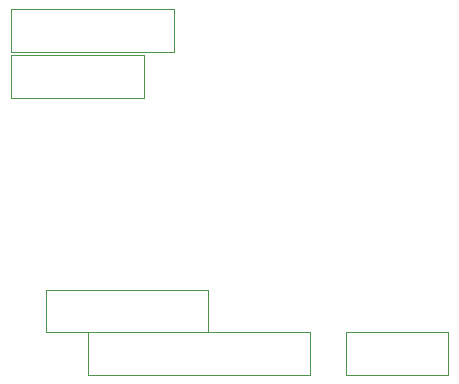
<source format=gbr>
G04 #@! TF.GenerationSoftware,KiCad,Pcbnew,8.0.4*
G04 #@! TF.CreationDate,2024-08-01T22:41:18+02:00*
G04 #@! TF.ProjectId,Headless TEF Audio board,48656164-6c65-4737-9320-544546204175,1*
G04 #@! TF.SameCoordinates,Original*
G04 #@! TF.FileFunction,Other,User*
%FSLAX46Y46*%
G04 Gerber Fmt 4.6, Leading zero omitted, Abs format (unit mm)*
G04 Created by KiCad (PCBNEW 8.0.4) date 2024-08-01 22:41:18*
%MOMM*%
%LPD*%
G01*
G04 APERTURE LIST*
%ADD10C,0.050000*%
G04 APERTURE END LIST*
D10*
G04 #@! TO.C,J4*
X140582000Y-81334000D02*
X140582000Y-84934000D01*
X140582000Y-84934000D02*
X154332000Y-84934000D01*
X154332000Y-81334000D02*
X140582000Y-81334000D01*
X154332000Y-84934000D02*
X154332000Y-81334000D01*
G04 #@! TO.C,J3*
X143512000Y-105084000D02*
X143512000Y-108684000D01*
X143512000Y-108684000D02*
X157262000Y-108684000D01*
X157262000Y-105084000D02*
X143512000Y-105084000D01*
X157262000Y-108684000D02*
X157262000Y-105084000D01*
G04 #@! TO.C,J6*
X140592000Y-85234000D02*
X140592000Y-88834000D01*
X140592000Y-88834000D02*
X151792000Y-88834000D01*
X151792000Y-85234000D02*
X140592000Y-85234000D01*
X151792000Y-88834000D02*
X151792000Y-85234000D01*
G04 #@! TO.C,J1*
X168939000Y-108684000D02*
X168939000Y-112284000D01*
X168939000Y-112284000D02*
X177589000Y-112284000D01*
X177589000Y-108684000D02*
X168939000Y-108684000D01*
X177589000Y-112284000D02*
X177589000Y-108684000D01*
G04 #@! TO.C,J5*
X147065000Y-108684000D02*
X147065000Y-112284000D01*
X147065000Y-112284000D02*
X165915000Y-112284000D01*
X165915000Y-108684000D02*
X147065000Y-108684000D01*
X165915000Y-112284000D02*
X165915000Y-108684000D01*
G04 #@! TD*
M02*

</source>
